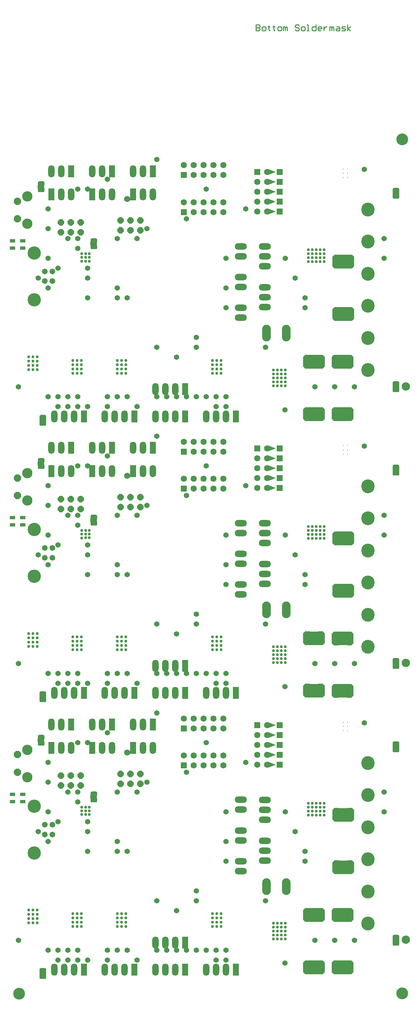
<source format=gbs>
G04 Layer_Color=16711935*
%FSLAX24Y24*%
%MOIN*%
G70*
G01*
G75*
%ADD12C,0.0100*%
%ADD122C,0.0300*%
%ADD129C,0.0840*%
%ADD214C,0.0631*%
G04:AMPARAMS|DCode=217|XSize=118.7mil|YSize=118.7mil|CornerRadius=59.4mil|HoleSize=0mil|Usage=FLASHONLY|Rotation=90.000|XOffset=0mil|YOffset=0mil|HoleType=Round|Shape=RoundedRectangle|*
%AMROUNDEDRECTD217*
21,1,0.1187,0.0000,0,0,90.0*
21,1,0.0000,0.1187,0,0,90.0*
1,1,0.1187,0.0000,0.0000*
1,1,0.1187,0.0000,0.0000*
1,1,0.1187,0.0000,0.0000*
1,1,0.1187,0.0000,0.0000*
%
%ADD217ROUNDEDRECTD217*%
G04:AMPARAMS|DCode=258|XSize=54mil|YSize=54mil|CornerRadius=27mil|HoleSize=0mil|Usage=FLASHONLY|Rotation=270.000|XOffset=0mil|YOffset=0mil|HoleType=Round|Shape=RoundedRectangle|*
%AMROUNDEDRECTD258*
21,1,0.0540,0.0000,0,0,270.0*
21,1,0.0000,0.0540,0,0,270.0*
1,1,0.0540,0.0000,0.0000*
1,1,0.0540,0.0000,0.0000*
1,1,0.0540,0.0000,0.0000*
1,1,0.0540,0.0000,0.0000*
%
%ADD258ROUNDEDRECTD258*%
%ADD269R,0.0631X0.0631*%
%ADD270C,0.0631*%
%ADD271O,0.0640X0.1240*%
%ADD272R,0.0640X0.1240*%
%ADD273O,0.1340X0.1400*%
%ADD274R,0.0631X0.0631*%
%ADD275O,0.1240X0.0640*%
%ADD276O,0.0865X0.1690*%
%ADD277P,0.0714X8X22.5*%
%ADD278C,0.1345*%
%ADD279C,0.0580*%
%ADD280C,0.1040*%
%ADD281P,0.0801X8X292.5*%
G04:AMPARAMS|DCode=282|XSize=137mil|YSize=87mil|CornerRadius=0mil|HoleSize=0mil|Usage=FLASHONLY|Rotation=270.000|XOffset=0mil|YOffset=0mil|HoleType=Round|Shape=Octagon|*
%AMOCTAGOND282*
4,1,8,-0.0217,-0.0685,0.0217,-0.0685,0.0435,-0.0467,0.0435,0.0467,0.0217,0.0685,-0.0217,0.0685,-0.0435,0.0467,-0.0435,-0.0467,-0.0217,-0.0685,0.0*
%
%ADD282OCTAGOND282*%

%ADD283C,0.0100*%
%ADD284R,0.0704X0.0354*%
%ADD285R,0.0631X0.0631*%
G04:AMPARAMS|DCode=286|XSize=62mil|YSize=62mil|CornerRadius=31mil|HoleSize=0mil|Usage=FLASHONLY|Rotation=270.000|XOffset=0mil|YOffset=0mil|HoleType=Round|Shape=RoundedRectangle|*
%AMROUNDEDRECTD286*
21,1,0.0620,0.0000,0,0,270.0*
21,1,0.0000,0.0620,0,0,270.0*
1,1,0.0620,0.0000,0.0000*
1,1,0.0620,0.0000,0.0000*
1,1,0.0620,0.0000,0.0000*
1,1,0.0620,0.0000,0.0000*
%
%ADD286ROUNDEDRECTD286*%
%ADD287R,0.0532X0.0375*%
G04:AMPARAMS|DCode=288|XSize=54mil|YSize=54mil|CornerRadius=27mil|HoleSize=0mil|Usage=FLASHONLY|Rotation=0.000|XOffset=0mil|YOffset=0mil|HoleType=Round|Shape=RoundedRectangle|*
%AMROUNDEDRECTD288*
21,1,0.0540,0.0000,0,0,0.0*
21,1,0.0000,0.0540,0,0,0.0*
1,1,0.0540,0.0000,0.0000*
1,1,0.0540,0.0000,0.0000*
1,1,0.0540,0.0000,0.0000*
1,1,0.0540,0.0000,0.0000*
%
%ADD288ROUNDEDRECTD288*%
G04:AMPARAMS|DCode=289|XSize=50mil|YSize=67mil|CornerRadius=13.5mil|HoleSize=0mil|Usage=FLASHONLY|Rotation=270.000|XOffset=0mil|YOffset=0mil|HoleType=Round|Shape=RoundedRectangle|*
%AMROUNDEDRECTD289*
21,1,0.0500,0.0400,0,0,270.0*
21,1,0.0230,0.0670,0,0,270.0*
1,1,0.0270,-0.0200,-0.0115*
1,1,0.0270,-0.0200,0.0115*
1,1,0.0270,0.0200,0.0115*
1,1,0.0270,0.0200,-0.0115*
%
%ADD289ROUNDEDRECTD289*%
G36*
X29756Y84441D02*
X28966Y84141D01*
X29086Y84261D01*
Y84621D01*
X28966Y84741D01*
X29756Y84441D01*
D02*
G37*
G36*
Y83441D02*
X28966Y83141D01*
X29086Y83261D01*
Y83621D01*
X28966Y83741D01*
X29756Y83441D01*
D02*
G37*
G36*
Y82441D02*
X28966Y82141D01*
X29086Y82261D01*
Y82621D01*
X28966Y82741D01*
X29756Y82441D01*
D02*
G37*
G36*
Y81441D02*
X28966Y81141D01*
X29086Y81261D01*
Y81621D01*
X28966Y81741D01*
X29756Y81441D01*
D02*
G37*
G36*
Y80441D02*
X28966Y80141D01*
X29086Y80261D01*
Y80621D01*
X28966Y80741D01*
X29756Y80441D01*
D02*
G37*
G36*
X37020Y74670D02*
X36110D01*
Y76060D01*
X37020D01*
Y74670D01*
D02*
G37*
G36*
Y69370D02*
X36110D01*
Y70760D01*
X37020D01*
Y69370D01*
D02*
G37*
G36*
X34069Y64544D02*
X33159D01*
Y65934D01*
X34069D01*
Y64544D01*
D02*
G37*
G36*
X36970Y64540D02*
X36060D01*
Y65930D01*
X36970D01*
Y64540D01*
D02*
G37*
G36*
X34069Y59244D02*
X33159D01*
Y60634D01*
X34069D01*
Y59244D01*
D02*
G37*
G36*
X36970Y59240D02*
X36060D01*
Y60630D01*
X36970D01*
Y59240D01*
D02*
G37*
G36*
X29756Y56449D02*
X28966Y56149D01*
X29086Y56269D01*
Y56629D01*
X28966Y56749D01*
X29756Y56449D01*
D02*
G37*
G36*
Y55449D02*
X28966Y55149D01*
X29086Y55269D01*
Y55629D01*
X28966Y55749D01*
X29756Y55449D01*
D02*
G37*
G36*
Y54449D02*
X28966Y54149D01*
X29086Y54269D01*
Y54629D01*
X28966Y54749D01*
X29756Y54449D01*
D02*
G37*
G36*
Y53449D02*
X28966Y53149D01*
X29086Y53269D01*
Y53629D01*
X28966Y53749D01*
X29756Y53449D01*
D02*
G37*
G36*
Y52449D02*
X28966Y52149D01*
X29086Y52269D01*
Y52629D01*
X28966Y52749D01*
X29756Y52449D01*
D02*
G37*
G36*
X37020Y46678D02*
X36110D01*
Y48068D01*
X37020D01*
Y46678D01*
D02*
G37*
G36*
Y41378D02*
X36110D01*
Y42768D01*
X37020D01*
Y41378D01*
D02*
G37*
G36*
X34069Y36551D02*
X33159D01*
Y37942D01*
X34069D01*
Y36551D01*
D02*
G37*
G36*
X36970Y36548D02*
X36060D01*
Y37938D01*
X36970D01*
Y36548D01*
D02*
G37*
G36*
X34069Y31251D02*
X33159D01*
Y32641D01*
X34069D01*
Y31251D01*
D02*
G37*
G36*
X36970Y31248D02*
X36060D01*
Y32638D01*
X36970D01*
Y31248D01*
D02*
G37*
G36*
X29756Y28456D02*
X28966Y28156D01*
X29086Y28276D01*
Y28636D01*
X28966Y28756D01*
X29756Y28456D01*
D02*
G37*
G36*
Y27456D02*
X28966Y27156D01*
X29086Y27276D01*
Y27636D01*
X28966Y27756D01*
X29756Y27456D01*
D02*
G37*
G36*
Y26456D02*
X28966Y26156D01*
X29086Y26276D01*
Y26636D01*
X28966Y26756D01*
X29756Y26456D01*
D02*
G37*
G36*
Y25456D02*
X28966Y25156D01*
X29086Y25276D01*
Y25636D01*
X28966Y25756D01*
X29756Y25456D01*
D02*
G37*
G36*
Y24456D02*
X28966Y24156D01*
X29086Y24276D01*
Y24636D01*
X28966Y24756D01*
X29756Y24456D01*
D02*
G37*
G36*
X37020Y18685D02*
X36110D01*
Y20075D01*
X37020D01*
Y18685D01*
D02*
G37*
G36*
Y13385D02*
X36110D01*
Y14775D01*
X37020D01*
Y13385D01*
D02*
G37*
G36*
X34069Y8559D02*
X33159D01*
Y9949D01*
X34069D01*
Y8559D01*
D02*
G37*
G36*
X36970Y8555D02*
X36060D01*
Y9945D01*
X36970D01*
Y8555D01*
D02*
G37*
G36*
X34069Y3259D02*
X33159D01*
Y4649D01*
X34069D01*
Y3259D01*
D02*
G37*
G36*
X36970Y3255D02*
X36060D01*
Y4645D01*
X36970D01*
Y3255D01*
D02*
G37*
G54D12*
X27728Y99328D02*
Y98728D01*
X28028D01*
X28128Y98828D01*
Y98928D01*
X28028Y99028D01*
X27728D01*
X28028D01*
X28128Y99128D01*
Y99228D01*
X28028Y99328D01*
X27728D01*
X28428Y98728D02*
X28628D01*
X28728Y98828D01*
Y99028D01*
X28628Y99128D01*
X28428D01*
X28328Y99028D01*
Y98828D01*
X28428Y98728D01*
X29028Y99228D02*
Y99128D01*
X28928D01*
X29128D01*
X29028D01*
Y98828D01*
X29128Y98728D01*
X29528Y99228D02*
Y99128D01*
X29428D01*
X29628D01*
X29528D01*
Y98828D01*
X29628Y98728D01*
X30028D02*
X30228D01*
X30328Y98828D01*
Y99028D01*
X30228Y99128D01*
X30028D01*
X29928Y99028D01*
Y98828D01*
X30028Y98728D01*
X30527D02*
Y99128D01*
X30627D01*
X30727Y99028D01*
Y98728D01*
Y99028D01*
X30827Y99128D01*
X30927Y99028D01*
Y98728D01*
X32127Y99228D02*
X32027Y99328D01*
X31827D01*
X31727Y99228D01*
Y99128D01*
X31827Y99028D01*
X32027D01*
X32127Y98928D01*
Y98828D01*
X32027Y98728D01*
X31827D01*
X31727Y98828D01*
X32427Y98728D02*
X32627D01*
X32727Y98828D01*
Y99028D01*
X32627Y99128D01*
X32427D01*
X32327Y99028D01*
Y98828D01*
X32427Y98728D01*
X32927D02*
X33127D01*
X33027D01*
Y99328D01*
X32927D01*
X33826D02*
Y98728D01*
X33526D01*
X33426Y98828D01*
Y99028D01*
X33526Y99128D01*
X33826D01*
X34326Y98728D02*
X34126D01*
X34026Y98828D01*
Y99028D01*
X34126Y99128D01*
X34326D01*
X34426Y99028D01*
Y98928D01*
X34026D01*
X34626Y99128D02*
Y98728D01*
Y98928D01*
X34726Y99028D01*
X34826Y99128D01*
X34926D01*
X35226Y98728D02*
Y99128D01*
X35326D01*
X35426Y99028D01*
Y98728D01*
Y99028D01*
X35526Y99128D01*
X35626Y99028D01*
Y98728D01*
X35926Y99128D02*
X36126D01*
X36226Y99028D01*
Y98728D01*
X35926D01*
X35826Y98828D01*
X35926Y98928D01*
X36226D01*
X36426Y98728D02*
X36725D01*
X36825Y98828D01*
X36725Y98928D01*
X36525D01*
X36426Y99028D01*
X36525Y99128D01*
X36825D01*
X37025Y98728D02*
Y99328D01*
Y98928D02*
X37325Y99128D01*
X37025Y98928D02*
X37325Y98728D01*
G54D122*
X10499Y19799D02*
D03*
Y20173D02*
D03*
X10123Y20177D02*
D03*
X10127Y19799D02*
D03*
X10125Y19416D02*
D03*
X10499Y19425D02*
D03*
X10873D02*
D03*
Y19799D02*
D03*
Y20173D02*
D03*
X34229Y19363D02*
D03*
X34629D02*
D03*
Y19763D02*
D03*
X34229D02*
D03*
Y20163D02*
D03*
X34629D02*
D03*
Y20563D02*
D03*
X34229D02*
D03*
X33429D02*
D03*
X33029D02*
D03*
Y20163D02*
D03*
X33429D02*
D03*
Y19763D02*
D03*
X33029D02*
D03*
Y19363D02*
D03*
X33429D02*
D03*
X33829D02*
D03*
Y19763D02*
D03*
Y20563D02*
D03*
Y20163D02*
D03*
X29907Y7616D02*
D03*
X29507D02*
D03*
X30307D02*
D03*
X30707D02*
D03*
Y7216D02*
D03*
Y6816D02*
D03*
X30307D02*
D03*
Y7216D02*
D03*
X29907D02*
D03*
Y6816D02*
D03*
X29507D02*
D03*
Y7216D02*
D03*
Y8016D02*
D03*
Y8416D02*
D03*
X29907D02*
D03*
Y8016D02*
D03*
X30307D02*
D03*
Y8416D02*
D03*
X30707D02*
D03*
Y8016D02*
D03*
X4743Y9750D02*
D03*
X5609Y8450D02*
D03*
X5176D02*
D03*
X4743D02*
D03*
X5609Y8883D02*
D03*
X5176D02*
D03*
X4743D02*
D03*
X5609Y9316D02*
D03*
X5176D02*
D03*
X4743D02*
D03*
X5609Y9750D02*
D03*
X5176D02*
D03*
X9649Y9390D02*
D03*
X10082D02*
D03*
X9216Y8956D02*
D03*
X9649D02*
D03*
X10082D02*
D03*
X9216Y8523D02*
D03*
X9649D02*
D03*
X10082D02*
D03*
X9216Y8090D02*
D03*
X9649D02*
D03*
X10082D02*
D03*
X9216Y9390D02*
D03*
X13716D02*
D03*
X14582Y8090D02*
D03*
X14149D02*
D03*
X13716D02*
D03*
X14582Y8523D02*
D03*
X14149D02*
D03*
X13716D02*
D03*
X14582Y8956D02*
D03*
X14149D02*
D03*
X13716D02*
D03*
X14582Y9390D02*
D03*
X14149D02*
D03*
X23789D02*
D03*
X24222D02*
D03*
X23356Y8956D02*
D03*
X23789D02*
D03*
X24222D02*
D03*
X23356Y8523D02*
D03*
X23789D02*
D03*
X24222D02*
D03*
X23356Y8090D02*
D03*
X23789D02*
D03*
X24222D02*
D03*
X23356Y9390D02*
D03*
X10499Y47792D02*
D03*
Y48166D02*
D03*
X10123Y48169D02*
D03*
X10127Y47792D02*
D03*
X10125Y47408D02*
D03*
X10499Y47417D02*
D03*
X10873D02*
D03*
Y47792D02*
D03*
Y48166D02*
D03*
X34229Y47355D02*
D03*
X34629D02*
D03*
Y47755D02*
D03*
X34229D02*
D03*
Y48155D02*
D03*
X34629D02*
D03*
Y48555D02*
D03*
X34229D02*
D03*
X33429D02*
D03*
X33029D02*
D03*
Y48155D02*
D03*
X33429D02*
D03*
Y47755D02*
D03*
X33029D02*
D03*
Y47355D02*
D03*
X33429D02*
D03*
X33829D02*
D03*
Y47755D02*
D03*
Y48555D02*
D03*
Y48155D02*
D03*
X29907Y35608D02*
D03*
X29507D02*
D03*
X30307D02*
D03*
X30707D02*
D03*
Y35208D02*
D03*
Y34808D02*
D03*
X30307D02*
D03*
Y35208D02*
D03*
X29907D02*
D03*
Y34808D02*
D03*
X29507D02*
D03*
Y35208D02*
D03*
Y36008D02*
D03*
Y36408D02*
D03*
X29907D02*
D03*
Y36008D02*
D03*
X30307D02*
D03*
Y36408D02*
D03*
X30707D02*
D03*
Y36008D02*
D03*
X4743Y37742D02*
D03*
X5609Y36442D02*
D03*
X5176D02*
D03*
X4743D02*
D03*
X5609Y36876D02*
D03*
X5176D02*
D03*
X4743D02*
D03*
X5609Y37309D02*
D03*
X5176D02*
D03*
X4743D02*
D03*
X5609Y37742D02*
D03*
X5176D02*
D03*
X9649Y37382D02*
D03*
X10082D02*
D03*
X9216Y36949D02*
D03*
X9649D02*
D03*
X10082D02*
D03*
X9216Y36516D02*
D03*
X9649D02*
D03*
X10082D02*
D03*
X9216Y36082D02*
D03*
X9649D02*
D03*
X10082D02*
D03*
X9216Y37382D02*
D03*
X13716D02*
D03*
X14582Y36082D02*
D03*
X14149D02*
D03*
X13716D02*
D03*
X14582Y36516D02*
D03*
X14149D02*
D03*
X13716D02*
D03*
X14582Y36949D02*
D03*
X14149D02*
D03*
X13716D02*
D03*
X14582Y37382D02*
D03*
X14149D02*
D03*
X23789D02*
D03*
X24222D02*
D03*
X23356Y36949D02*
D03*
X23789D02*
D03*
X24222D02*
D03*
X23356Y36516D02*
D03*
X23789D02*
D03*
X24222D02*
D03*
X23356Y36082D02*
D03*
X23789D02*
D03*
X24222D02*
D03*
X23356Y37382D02*
D03*
X10499Y75784D02*
D03*
Y76158D02*
D03*
X10123Y76161D02*
D03*
X10127Y75784D02*
D03*
X10125Y75400D02*
D03*
X10499Y75410D02*
D03*
X10873D02*
D03*
Y75784D02*
D03*
Y76158D02*
D03*
X34229Y75348D02*
D03*
X34629D02*
D03*
Y75748D02*
D03*
X34229D02*
D03*
Y76148D02*
D03*
X34629D02*
D03*
Y76548D02*
D03*
X34229D02*
D03*
X33429D02*
D03*
X33029D02*
D03*
Y76148D02*
D03*
X33429D02*
D03*
Y75748D02*
D03*
X33029D02*
D03*
Y75348D02*
D03*
X33429D02*
D03*
X33829D02*
D03*
Y75748D02*
D03*
Y76548D02*
D03*
Y76148D02*
D03*
X29907Y63600D02*
D03*
X29507D02*
D03*
X30307D02*
D03*
X30707D02*
D03*
Y63200D02*
D03*
Y62800D02*
D03*
X30307D02*
D03*
Y63200D02*
D03*
X29907D02*
D03*
Y62800D02*
D03*
X29507D02*
D03*
Y63200D02*
D03*
Y64000D02*
D03*
Y64400D02*
D03*
X29907D02*
D03*
Y64000D02*
D03*
X30307D02*
D03*
Y64400D02*
D03*
X30707D02*
D03*
Y64000D02*
D03*
X4743Y65734D02*
D03*
X5609Y64435D02*
D03*
X5176D02*
D03*
X4743D02*
D03*
X5609Y64868D02*
D03*
X5176D02*
D03*
X4743D02*
D03*
X5609Y65301D02*
D03*
X5176D02*
D03*
X4743D02*
D03*
X5609Y65734D02*
D03*
X5176D02*
D03*
X9649Y65374D02*
D03*
X10082D02*
D03*
X9216Y64941D02*
D03*
X9649D02*
D03*
X10082D02*
D03*
X9216Y64508D02*
D03*
X9649D02*
D03*
X10082D02*
D03*
X9216Y64075D02*
D03*
X9649D02*
D03*
X10082D02*
D03*
X9216Y65374D02*
D03*
X13716D02*
D03*
X14582Y64075D02*
D03*
X14149D02*
D03*
X13716D02*
D03*
X14582Y64508D02*
D03*
X14149D02*
D03*
X13716D02*
D03*
X14582Y64941D02*
D03*
X14149D02*
D03*
X13716D02*
D03*
X14582Y65374D02*
D03*
X14149D02*
D03*
X23789D02*
D03*
X24222D02*
D03*
X23356Y64941D02*
D03*
X23789D02*
D03*
X24222D02*
D03*
X23356Y64508D02*
D03*
X23789D02*
D03*
X24222D02*
D03*
X23356Y64075D02*
D03*
X23789D02*
D03*
X24222D02*
D03*
X23356Y65374D02*
D03*
G54D129*
X42906Y6754D02*
D03*
Y34747D02*
D03*
Y62739D02*
D03*
G54D214*
X28866Y24456D02*
D03*
Y25456D02*
D03*
Y26456D02*
D03*
Y27456D02*
D03*
Y28456D02*
D03*
Y52449D02*
D03*
Y53449D02*
D03*
Y54449D02*
D03*
Y55449D02*
D03*
Y56449D02*
D03*
Y80441D02*
D03*
Y81441D02*
D03*
Y82441D02*
D03*
Y83441D02*
D03*
Y84441D02*
D03*
G54D217*
X3789Y1289D02*
D03*
X42528Y1328D02*
D03*
Y87726D02*
D03*
G54D258*
X22699Y26699D02*
D03*
X6699Y24699D02*
D03*
X7699Y4699D02*
D03*
X8699D02*
D03*
X9699D02*
D03*
X10699D02*
D03*
X12699D02*
D03*
X15699D02*
D03*
X23699D02*
D03*
X24699D02*
D03*
X32699Y14699D02*
D03*
X31699Y17699D02*
D03*
X30699Y19699D02*
D03*
X21699Y5699D02*
D03*
X23699D02*
D03*
X22699D02*
D03*
X24699D02*
D03*
X17699D02*
D03*
X19699D02*
D03*
X18699D02*
D03*
X20699D02*
D03*
X9699D02*
D03*
X13699D02*
D03*
X12699D02*
D03*
X14699D02*
D03*
X3699Y6699D02*
D03*
X30669Y4379D02*
D03*
X24699Y14699D02*
D03*
X26699Y24699D02*
D03*
X7699Y5699D02*
D03*
X6699D02*
D03*
X8699D02*
D03*
X17699Y10699D02*
D03*
X19699Y9699D02*
D03*
X21699Y10699D02*
D03*
X7699Y18699D02*
D03*
X6699Y19699D02*
D03*
X16699Y22699D02*
D03*
X10699Y26699D02*
D03*
X21699Y11699D02*
D03*
X38699Y28699D02*
D03*
X22699Y54692D02*
D03*
X6699Y52691D02*
D03*
X7699Y32692D02*
D03*
X8699D02*
D03*
X9699D02*
D03*
X10699D02*
D03*
X12699D02*
D03*
X15699D02*
D03*
X23699D02*
D03*
X24699D02*
D03*
X32699Y42691D02*
D03*
X31699Y45691D02*
D03*
X30699Y47691D02*
D03*
X21699Y33691D02*
D03*
X23699D02*
D03*
X22699D02*
D03*
X24699D02*
D03*
X17699D02*
D03*
X19699D02*
D03*
X18699D02*
D03*
X20699D02*
D03*
X9699D02*
D03*
X13699D02*
D03*
X12699D02*
D03*
X14699D02*
D03*
X3699Y34692D02*
D03*
X30669Y32371D02*
D03*
X24699Y42691D02*
D03*
X26699Y52691D02*
D03*
X7699Y33691D02*
D03*
X6699D02*
D03*
X8699D02*
D03*
X17699Y38691D02*
D03*
X19699Y37692D02*
D03*
X21699Y38691D02*
D03*
X7699Y46691D02*
D03*
X6699Y47691D02*
D03*
X16699Y50691D02*
D03*
X10699Y54692D02*
D03*
X21699Y39692D02*
D03*
X38699Y56691D02*
D03*
X22699Y82684D02*
D03*
X6699Y80684D02*
D03*
X7699Y60684D02*
D03*
X8699D02*
D03*
X9699D02*
D03*
X10699D02*
D03*
X12699D02*
D03*
X15699D02*
D03*
X23699D02*
D03*
X24699D02*
D03*
X32699Y70684D02*
D03*
X31699Y73684D02*
D03*
X30699Y75684D02*
D03*
X21699Y61684D02*
D03*
X23699D02*
D03*
X22699D02*
D03*
X24699D02*
D03*
X17699D02*
D03*
X19699D02*
D03*
X18699D02*
D03*
X20699D02*
D03*
X9699D02*
D03*
X13699D02*
D03*
X12699D02*
D03*
X14699D02*
D03*
X3699Y62684D02*
D03*
X30669Y60364D02*
D03*
X24699Y70684D02*
D03*
X26699Y80684D02*
D03*
X7699Y61684D02*
D03*
X6699D02*
D03*
X8699D02*
D03*
X17699Y66684D02*
D03*
X19699Y65684D02*
D03*
X21699Y66684D02*
D03*
X7699Y74684D02*
D03*
X6699Y75684D02*
D03*
X16699Y78684D02*
D03*
X10699Y82684D02*
D03*
X21699Y67684D02*
D03*
X38699Y84684D02*
D03*
G54D269*
X27866Y28456D02*
D03*
Y56449D02*
D03*
Y84441D02*
D03*
G54D270*
Y27456D02*
D03*
Y26456D02*
D03*
Y25456D02*
D03*
Y24456D02*
D03*
X24439Y25389D02*
D03*
Y24389D02*
D03*
X23439Y25389D02*
D03*
Y24389D02*
D03*
X22439Y25389D02*
D03*
Y24389D02*
D03*
X21439Y25389D02*
D03*
Y24389D02*
D03*
X20439Y25389D02*
D03*
X24439Y29139D02*
D03*
Y28139D02*
D03*
X23439Y29139D02*
D03*
Y28139D02*
D03*
X22439Y29139D02*
D03*
Y28139D02*
D03*
X21439Y29139D02*
D03*
Y28139D02*
D03*
X20439Y29139D02*
D03*
X27866Y55449D02*
D03*
Y54449D02*
D03*
Y53449D02*
D03*
Y52449D02*
D03*
X24439Y53382D02*
D03*
Y52382D02*
D03*
X23439Y53382D02*
D03*
Y52382D02*
D03*
X22439Y53382D02*
D03*
Y52382D02*
D03*
X21439Y53382D02*
D03*
Y52382D02*
D03*
X20439Y53382D02*
D03*
X24439Y57132D02*
D03*
Y56132D02*
D03*
X23439Y57132D02*
D03*
Y56132D02*
D03*
X22439Y57132D02*
D03*
Y56132D02*
D03*
X21439Y57132D02*
D03*
Y56132D02*
D03*
X20439Y57132D02*
D03*
X27866Y83441D02*
D03*
Y82441D02*
D03*
Y81441D02*
D03*
Y80441D02*
D03*
X24439Y81374D02*
D03*
Y80374D02*
D03*
X23439Y81374D02*
D03*
Y80374D02*
D03*
X22439Y81374D02*
D03*
Y80374D02*
D03*
X21439Y81374D02*
D03*
Y80374D02*
D03*
X20439Y81374D02*
D03*
X24439Y85124D02*
D03*
Y84124D02*
D03*
X23439Y85124D02*
D03*
Y84124D02*
D03*
X22439Y85124D02*
D03*
Y84124D02*
D03*
X21439Y85124D02*
D03*
Y84124D02*
D03*
X20439Y85124D02*
D03*
G54D271*
X13188Y26164D02*
D03*
X12188D02*
D03*
X9054D02*
D03*
X8054D02*
D03*
X11188Y28526D02*
D03*
X12188D02*
D03*
X7054D02*
D03*
X8054D02*
D03*
X15321D02*
D03*
X16321D02*
D03*
X7342Y3722D02*
D03*
X8342D02*
D03*
X9342D02*
D03*
X14460D02*
D03*
X13460D02*
D03*
X12460D02*
D03*
X17578Y6478D02*
D03*
X18578D02*
D03*
X19578D02*
D03*
Y3722D02*
D03*
X18578D02*
D03*
X17578D02*
D03*
X22700Y3726D02*
D03*
X23700D02*
D03*
X24700D02*
D03*
X17321Y26164D02*
D03*
X16321D02*
D03*
X13188Y54156D02*
D03*
X12188D02*
D03*
X9054D02*
D03*
X8054D02*
D03*
X11188Y56518D02*
D03*
X12188D02*
D03*
X7054D02*
D03*
X8054D02*
D03*
X15321D02*
D03*
X16321D02*
D03*
X7342Y31714D02*
D03*
X8342D02*
D03*
X9342D02*
D03*
X14460D02*
D03*
X13460D02*
D03*
X12460D02*
D03*
X17578Y34470D02*
D03*
X18578D02*
D03*
X19578D02*
D03*
Y31714D02*
D03*
X18578D02*
D03*
X17578D02*
D03*
X22700Y31718D02*
D03*
X23700D02*
D03*
X24700D02*
D03*
X17321Y54156D02*
D03*
X16321D02*
D03*
X13188Y82148D02*
D03*
X12188D02*
D03*
X9054D02*
D03*
X8054D02*
D03*
X11188Y84510D02*
D03*
X12188D02*
D03*
X7054D02*
D03*
X8054D02*
D03*
X15321D02*
D03*
X16321D02*
D03*
X7342Y59706D02*
D03*
X8342D02*
D03*
X9342D02*
D03*
X14460D02*
D03*
X13460D02*
D03*
X12460D02*
D03*
X17578Y62462D02*
D03*
X18578D02*
D03*
X19578D02*
D03*
Y59706D02*
D03*
X18578D02*
D03*
X17578D02*
D03*
X22700Y59710D02*
D03*
X23700D02*
D03*
X24700D02*
D03*
X17321Y82148D02*
D03*
X16321D02*
D03*
G54D272*
X11188Y26164D02*
D03*
X7054D02*
D03*
X13188Y28526D02*
D03*
X9054D02*
D03*
X17321D02*
D03*
X10342Y3722D02*
D03*
X15460D02*
D03*
X20578Y6478D02*
D03*
Y3722D02*
D03*
X25700Y3726D02*
D03*
X15321Y26164D02*
D03*
X11188Y54156D02*
D03*
X7054D02*
D03*
X13188Y56518D02*
D03*
X9054D02*
D03*
X17321D02*
D03*
X10342Y31714D02*
D03*
X15460D02*
D03*
X20578Y34470D02*
D03*
Y31714D02*
D03*
X25700Y31718D02*
D03*
X15321Y54156D02*
D03*
X11188Y82148D02*
D03*
X7054D02*
D03*
X13188Y84510D02*
D03*
X9054D02*
D03*
X17321D02*
D03*
X10342Y59706D02*
D03*
X15460D02*
D03*
X20578Y62462D02*
D03*
Y59706D02*
D03*
X25700Y59710D02*
D03*
X15321Y82148D02*
D03*
G54D273*
X39069Y24644D02*
D03*
Y21394D02*
D03*
Y18144D02*
D03*
Y14894D02*
D03*
Y11644D02*
D03*
Y8394D02*
D03*
Y52636D02*
D03*
Y49387D02*
D03*
Y46136D02*
D03*
Y42887D02*
D03*
Y39636D02*
D03*
Y36386D02*
D03*
Y80629D02*
D03*
Y77379D02*
D03*
Y74129D02*
D03*
Y70879D02*
D03*
Y67629D02*
D03*
Y64379D02*
D03*
G54D274*
X20439Y24389D02*
D03*
Y28139D02*
D03*
Y52382D02*
D03*
Y56132D02*
D03*
Y80374D02*
D03*
Y84124D02*
D03*
G54D275*
X28629Y16769D02*
D03*
Y15769D02*
D03*
Y14769D02*
D03*
X28639Y20909D02*
D03*
Y19909D02*
D03*
Y18909D02*
D03*
X26203Y19916D02*
D03*
Y20916D02*
D03*
Y13695D02*
D03*
Y14695D02*
D03*
Y16806D02*
D03*
Y17806D02*
D03*
X28629Y44762D02*
D03*
Y43762D02*
D03*
Y42762D02*
D03*
X28639Y48902D02*
D03*
Y47902D02*
D03*
Y46901D02*
D03*
X26203Y47908D02*
D03*
Y48908D02*
D03*
Y41688D02*
D03*
Y42688D02*
D03*
Y44798D02*
D03*
Y45798D02*
D03*
X28629Y72754D02*
D03*
Y71754D02*
D03*
Y70754D02*
D03*
X28639Y76894D02*
D03*
Y75894D02*
D03*
Y74894D02*
D03*
X26203Y75900D02*
D03*
Y76900D02*
D03*
Y69680D02*
D03*
Y70680D02*
D03*
Y72790D02*
D03*
Y73790D02*
D03*
G54D276*
X30809Y12129D02*
D03*
X28809D02*
D03*
X30809Y40121D02*
D03*
X28809D02*
D03*
X30809Y68114D02*
D03*
X28809D02*
D03*
G54D277*
X10025Y23345D02*
D03*
Y22345D02*
D03*
X9025Y23345D02*
D03*
Y22345D02*
D03*
X8025Y23345D02*
D03*
Y22345D02*
D03*
X14029Y22539D02*
D03*
Y23539D02*
D03*
X15029Y22539D02*
D03*
Y23539D02*
D03*
X16029Y22539D02*
D03*
Y23539D02*
D03*
X10025Y51337D02*
D03*
Y50337D02*
D03*
X9025Y51337D02*
D03*
Y50337D02*
D03*
X8025Y51337D02*
D03*
Y50337D02*
D03*
X14029Y50532D02*
D03*
Y51532D02*
D03*
X15029Y50532D02*
D03*
Y51532D02*
D03*
X16029Y50532D02*
D03*
Y51532D02*
D03*
X10025Y79329D02*
D03*
Y78329D02*
D03*
X9025Y79329D02*
D03*
Y78329D02*
D03*
X8025Y79329D02*
D03*
Y78329D02*
D03*
X14029Y78524D02*
D03*
Y79524D02*
D03*
X15029Y78524D02*
D03*
Y79524D02*
D03*
X16029Y78524D02*
D03*
Y79524D02*
D03*
G54D278*
X5298Y15526D02*
D03*
Y20258D02*
D03*
Y43518D02*
D03*
Y48251D02*
D03*
Y71510D02*
D03*
Y76243D02*
D03*
G54D279*
X6368Y17396D02*
D03*
Y18388D02*
D03*
X7158D02*
D03*
Y17396D02*
D03*
X6368Y45388D02*
D03*
Y46380D02*
D03*
X7158D02*
D03*
Y45388D02*
D03*
X6368Y73380D02*
D03*
Y74373D02*
D03*
X7158D02*
D03*
Y73380D02*
D03*
G54D280*
X4607Y23209D02*
D03*
Y25969D02*
D03*
Y51201D02*
D03*
Y53961D02*
D03*
Y79193D02*
D03*
Y81953D02*
D03*
G54D281*
X3627Y23699D02*
D03*
Y25479D02*
D03*
Y51691D02*
D03*
Y53471D02*
D03*
Y79683D02*
D03*
Y81463D02*
D03*
G54D282*
X34289Y9253D02*
D03*
X32949D02*
D03*
Y3953D02*
D03*
X34289D02*
D03*
X35899Y19379D02*
D03*
X37239D02*
D03*
Y14079D02*
D03*
X35899D02*
D03*
X37189Y9249D02*
D03*
X35849D02*
D03*
Y3949D02*
D03*
X37189D02*
D03*
X34289Y37245D02*
D03*
X32949D02*
D03*
Y31945D02*
D03*
X34289D02*
D03*
X35899Y47372D02*
D03*
X37239D02*
D03*
Y42071D02*
D03*
X35899D02*
D03*
X37189Y37241D02*
D03*
X35849D02*
D03*
Y31941D02*
D03*
X37189D02*
D03*
X34289Y65238D02*
D03*
X32949D02*
D03*
Y59938D02*
D03*
X34289D02*
D03*
X35899Y75364D02*
D03*
X37239D02*
D03*
Y70064D02*
D03*
X35899D02*
D03*
X37189Y65234D02*
D03*
X35849D02*
D03*
Y59934D02*
D03*
X37189D02*
D03*
G54D283*
X36563Y28752D02*
D03*
X36996D02*
D03*
X36563Y28319D02*
D03*
X36996D02*
D03*
X36563Y27886D02*
D03*
X36996D02*
D03*
X36563Y56745D02*
D03*
X36996D02*
D03*
X36563Y56311D02*
D03*
X36996D02*
D03*
X36563Y55878D02*
D03*
X36996D02*
D03*
X36563Y84737D02*
D03*
X36996D02*
D03*
X36563Y84304D02*
D03*
X36996D02*
D03*
X36563Y83871D02*
D03*
X36996D02*
D03*
G54D284*
X11323Y21203D02*
D03*
X41914Y26282D02*
D03*
X6174Y3332D02*
D03*
X5994Y26942D02*
D03*
X41917Y6700D02*
D03*
X11323Y49195D02*
D03*
X41914Y54274D02*
D03*
X6174Y31324D02*
D03*
X5994Y54934D02*
D03*
X41917Y34692D02*
D03*
X11323Y77188D02*
D03*
X41914Y82266D02*
D03*
X6174Y59316D02*
D03*
X5994Y82926D02*
D03*
X41917Y62684D02*
D03*
G54D285*
X30146Y24456D02*
D03*
Y25456D02*
D03*
Y26456D02*
D03*
Y27456D02*
D03*
Y28456D02*
D03*
Y52449D02*
D03*
Y53449D02*
D03*
Y54449D02*
D03*
Y55449D02*
D03*
Y56449D02*
D03*
Y80441D02*
D03*
Y81441D02*
D03*
Y82441D02*
D03*
Y83441D02*
D03*
Y84441D02*
D03*
G54D286*
X14699Y25699D02*
D03*
Y53692D02*
D03*
Y81684D02*
D03*
G54D287*
X3122Y21466D02*
D03*
Y20738D02*
D03*
X4142Y21466D02*
D03*
Y20738D02*
D03*
X3122Y49458D02*
D03*
Y48730D02*
D03*
X4142Y49458D02*
D03*
Y48730D02*
D03*
X3122Y77450D02*
D03*
Y76722D02*
D03*
X4142Y77450D02*
D03*
Y76722D02*
D03*
G54D288*
X37699Y6699D02*
D03*
X35699D02*
D03*
X33699D02*
D03*
X17699Y29699D02*
D03*
X5699Y17699D02*
D03*
X6699Y16699D02*
D03*
X9699Y21699D02*
D03*
X6699Y22699D02*
D03*
X8699Y21699D02*
D03*
X9699Y20699D02*
D03*
X12699Y27699D02*
D03*
X9699Y26699D02*
D03*
X15699Y21699D02*
D03*
X20699Y23699D02*
D03*
X13699Y21699D02*
D03*
X24699Y19699D02*
D03*
Y16699D02*
D03*
X32699Y15699D02*
D03*
X40699Y19699D02*
D03*
X28699Y10699D02*
D03*
X40699Y21699D02*
D03*
X10699Y15699D02*
D03*
Y17699D02*
D03*
Y18699D02*
D03*
X13699Y16699D02*
D03*
X14699Y15699D02*
D03*
X13699D02*
D03*
X37699Y34692D02*
D03*
X35699D02*
D03*
X33699D02*
D03*
X17699Y57691D02*
D03*
X5699Y45691D02*
D03*
X6699Y44692D02*
D03*
X9699Y49692D02*
D03*
X6699Y50691D02*
D03*
X8699Y49692D02*
D03*
X9699Y48692D02*
D03*
X12699Y55691D02*
D03*
X9699Y54692D02*
D03*
X15699Y49692D02*
D03*
X20699Y51691D02*
D03*
X13699Y49692D02*
D03*
X24699Y47691D02*
D03*
Y44692D02*
D03*
X32699Y43692D02*
D03*
X40699Y47691D02*
D03*
X28699Y38691D02*
D03*
X40699Y49692D02*
D03*
X10699Y43692D02*
D03*
Y45691D02*
D03*
Y46691D02*
D03*
X13699Y44692D02*
D03*
X14699Y43692D02*
D03*
X13699D02*
D03*
X37699Y62684D02*
D03*
X35699D02*
D03*
X33699D02*
D03*
X17699Y85684D02*
D03*
X5699Y73684D02*
D03*
X6699Y72684D02*
D03*
X9699Y77684D02*
D03*
X6699Y78684D02*
D03*
X8699Y77684D02*
D03*
X9699Y76684D02*
D03*
X12699Y83684D02*
D03*
X9699Y82684D02*
D03*
X15699Y77684D02*
D03*
X20699Y79684D02*
D03*
X13699Y77684D02*
D03*
X24699Y75684D02*
D03*
Y72684D02*
D03*
X32699Y71684D02*
D03*
X40699Y75684D02*
D03*
X28699Y66684D02*
D03*
X40699Y77684D02*
D03*
X10699Y71684D02*
D03*
Y73684D02*
D03*
Y74684D02*
D03*
X13699Y72684D02*
D03*
X14699Y71684D02*
D03*
X13699D02*
D03*
G54D289*
X11331Y20893D02*
D03*
Y21493D02*
D03*
X41922Y26572D02*
D03*
Y25972D02*
D03*
X6182Y3622D02*
D03*
Y3022D02*
D03*
X6002Y27232D02*
D03*
Y26632D02*
D03*
X41909Y6409D02*
D03*
Y7009D02*
D03*
X11331Y48886D02*
D03*
Y49486D02*
D03*
X41922Y54564D02*
D03*
Y53964D02*
D03*
X6182Y31614D02*
D03*
Y31014D02*
D03*
X6002Y55224D02*
D03*
Y54624D02*
D03*
X41909Y34402D02*
D03*
Y35001D02*
D03*
X11331Y76878D02*
D03*
Y77478D02*
D03*
X41922Y82556D02*
D03*
Y81956D02*
D03*
X6182Y59606D02*
D03*
Y59006D02*
D03*
X6002Y83216D02*
D03*
Y82616D02*
D03*
X41909Y62394D02*
D03*
Y62994D02*
D03*
M02*

</source>
